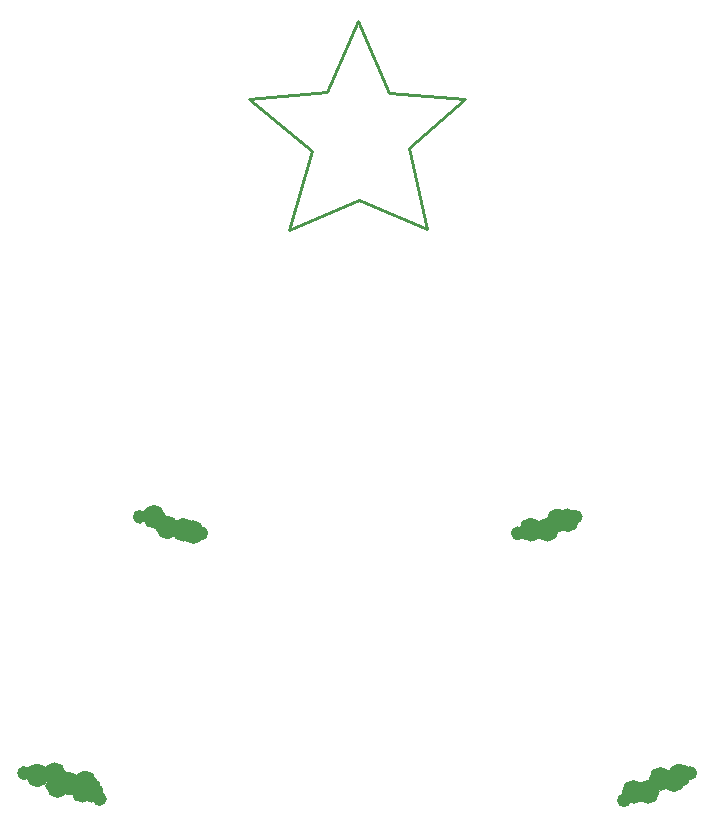
<source format=gbr>
%TF.GenerationSoftware,KiCad,Pcbnew,(6.0.0)*%
%TF.CreationDate,2022-03-02T13:41:04+01:00*%
%TF.ProjectId,LEDChristmasTree-2022,4c454443-6872-4697-9374-6d6173547265,rev?*%
%TF.SameCoordinates,Original*%
%TF.FileFunction,Legend,Top*%
%TF.FilePolarity,Positive*%
%FSLAX46Y46*%
G04 Gerber Fmt 4.6, Leading zero omitted, Abs format (unit mm)*
G04 Created by KiCad (PCBNEW (6.0.0)) date 2022-03-02 13:41:04*
%MOMM*%
%LPD*%
G01*
G04 APERTURE LIST*
%ADD10C,1.000000*%
%ADD11C,0.600000*%
%ADD12C,0.254000*%
G04 APERTURE END LIST*
D10*
X171200000Y-105200000D02*
G75*
G03*
X171200000Y-105200000I-500000J0D01*
G01*
X170700000Y-105600000D02*
G75*
G03*
X170700000Y-105600000I-500000J0D01*
G01*
X169600000Y-105500000D02*
G75*
G03*
X169600000Y-105500000I-500000J0D01*
G01*
X168500000Y-106600000D02*
G75*
G03*
X168500000Y-106600000I-500000J0D01*
G01*
X167300000Y-106600000D02*
G75*
G03*
X167300000Y-106600000I-500000J0D01*
G01*
D11*
X171900000Y-105000000D02*
G75*
G03*
X171900000Y-105000000I-300000J0D01*
G01*
D10*
X121400000Y-106500000D02*
G75*
G03*
X121400000Y-106500000I-500000J0D01*
G01*
X120600000Y-106500000D02*
G75*
G03*
X120600000Y-106500000I-500000J0D01*
G01*
X120900000Y-105800000D02*
G75*
G03*
X120900000Y-105800000I-500000J0D01*
G01*
X119500000Y-105900000D02*
G75*
G03*
X119500000Y-105900000I-500000J0D01*
G01*
X118500000Y-106100000D02*
G75*
G03*
X118500000Y-106100000I-500000J0D01*
G01*
X118300000Y-105100000D02*
G75*
G03*
X118300000Y-105100000I-500000J0D01*
G01*
X116800000Y-105200000D02*
G75*
G03*
X116800000Y-105200000I-500000J0D01*
G01*
D11*
X121900000Y-107200000D02*
G75*
G03*
X121900000Y-107200000I-300000J0D01*
G01*
X115500000Y-105000000D02*
G75*
G03*
X115500000Y-105000000I-300000J0D01*
G01*
D10*
X130000000Y-84600000D02*
G75*
G03*
X130000000Y-84600000I-500000J0D01*
G01*
X129200000Y-84400000D02*
G75*
G03*
X129200000Y-84400000I-500000J0D01*
G01*
X127800000Y-84200000D02*
G75*
G03*
X127800000Y-84200000I-500000J0D01*
G01*
X126700000Y-83300000D02*
G75*
G03*
X126700000Y-83300000I-500000J0D01*
G01*
D11*
X130500000Y-84700000D02*
G75*
G03*
X130500000Y-84700000I-300000J0D01*
G01*
X125300000Y-83300000D02*
G75*
G03*
X125300000Y-83300000I-300000J0D01*
G01*
D10*
X161700000Y-83600000D02*
G75*
G03*
X161700000Y-83600000I-500000J0D01*
G01*
X160900000Y-83600000D02*
G75*
G03*
X160900000Y-83600000I-500000J0D01*
G01*
X160000000Y-84400000D02*
G75*
G03*
X160000000Y-84400000I-500000J0D01*
G01*
X158600000Y-84400000D02*
G75*
G03*
X158600000Y-84400000I-500000J0D01*
G01*
D11*
X157300000Y-84700000D02*
G75*
G03*
X157300000Y-84700000I-300000J0D01*
G01*
X162200000Y-83300000D02*
G75*
G03*
X162200000Y-83300000I-300000J0D01*
G01*
X166300000Y-107300000D02*
G75*
G03*
X166300000Y-107300000I-300000J0D01*
G01*
D12*
X143550000Y-56450000D02*
X149300000Y-58950000D01*
X147800000Y-52050000D02*
X149300000Y-58950000D01*
X143450000Y-41300000D02*
X146100000Y-47450000D01*
X146100000Y-47450000D02*
X152550000Y-47950000D01*
X139550000Y-52350000D02*
X134250000Y-47900000D01*
X152550000Y-47950000D02*
X147800000Y-52050000D01*
X140850000Y-47350000D02*
X143450000Y-41300000D01*
X137650000Y-59050000D02*
X139550000Y-52350000D01*
X134250000Y-47900000D02*
X140850000Y-47350000D01*
X137650000Y-59050000D02*
X143550000Y-56450000D01*
M02*

</source>
